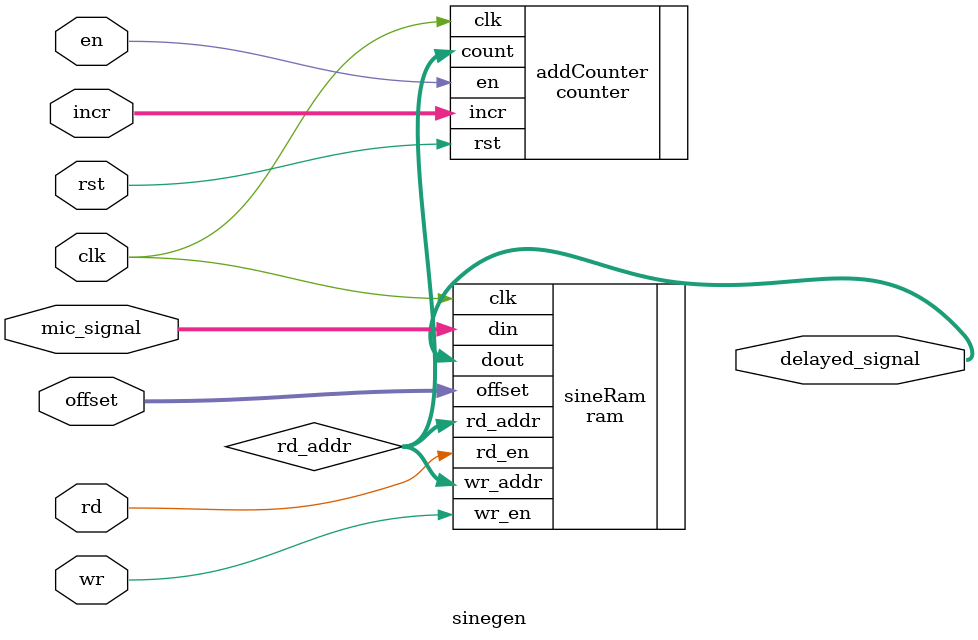
<source format=sv>
module sinegen #(
    parameter  A_WIDTH = 9,
               D_WIDTH = 8
)(
    // interface signals
    input  logic                  clk,     //clock
    input  logic                  rst,     //reset
    input  logic                  en,      //enable
    input  logic          [A_WIDTH-1:0]         offset,
    input  logic  [D_WIDTH-1:0]   incr,    // increment for addr counter
    input logic                           wr,
    input logic                           rd,
    input logic  [D_WIDTH-1:0]         mic_signal,

    output logic  [D_WIDTH-1:0]   delayed_signal     // output data

    
);

logic  [A_WIDTH-1:0]      rd_addr;


counter addCounter (
    .clk(clk),
    .rst(rst),
    .en(en),
    .incr(incr),
    .count(rd_addr)
);

ram sineRam(
    .clk(clk),
    .din(mic_signal),
    .offset(offset),
    .wr_addr(rd_addr),
    .rd_addr(rd_addr),
    .wr_en(wr),
    .rd_en(rd),
    .dout(delayed_signal)
);

endmodule

</source>
